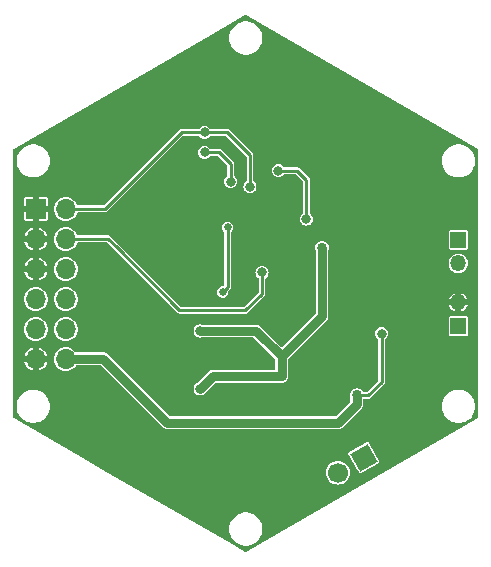
<source format=gbr>
%TF.GenerationSoftware,KiCad,Pcbnew,7.0.5*%
%TF.CreationDate,2023-06-07T18:34:11-04:00*%
%TF.ProjectId,PWR,5057522e-6b69-4636-9164-5f7063625858,rev?*%
%TF.SameCoordinates,Original*%
%TF.FileFunction,Copper,L2,Bot*%
%TF.FilePolarity,Positive*%
%FSLAX46Y46*%
G04 Gerber Fmt 4.6, Leading zero omitted, Abs format (unit mm)*
G04 Created by KiCad (PCBNEW 7.0.5) date 2023-06-07 18:34:11*
%MOMM*%
%LPD*%
G01*
G04 APERTURE LIST*
G04 Aperture macros list*
%AMHorizOval*
0 Thick line with rounded ends*
0 $1 width*
0 $2 $3 position (X,Y) of the first rounded end (center of the circle)*
0 $4 $5 position (X,Y) of the second rounded end (center of the circle)*
0 Add line between two ends*
20,1,$1,$2,$3,$4,$5,0*
0 Add two circle primitives to create the rounded ends*
1,1,$1,$2,$3*
1,1,$1,$4,$5*%
%AMRotRect*
0 Rectangle, with rotation*
0 The origin of the aperture is its center*
0 $1 length*
0 $2 width*
0 $3 Rotation angle, in degrees counterclockwise*
0 Add horizontal line*
21,1,$1,$2,0,0,$3*%
G04 Aperture macros list end*
%TA.AperFunction,ComponentPad*%
%ADD10R,1.350000X1.350000*%
%TD*%
%TA.AperFunction,ComponentPad*%
%ADD11O,1.350000X1.350000*%
%TD*%
%TA.AperFunction,ComponentPad*%
%ADD12RotRect,1.700000X1.700000X300.000000*%
%TD*%
%TA.AperFunction,ComponentPad*%
%ADD13HorizOval,1.700000X0.000000X0.000000X0.000000X0.000000X0*%
%TD*%
%TA.AperFunction,ComponentPad*%
%ADD14R,1.700000X1.700000*%
%TD*%
%TA.AperFunction,ComponentPad*%
%ADD15O,1.700000X1.700000*%
%TD*%
%TA.AperFunction,ViaPad*%
%ADD16C,0.660400*%
%TD*%
%TA.AperFunction,ViaPad*%
%ADD17C,0.863600*%
%TD*%
%TA.AperFunction,ViaPad*%
%ADD18C,0.800000*%
%TD*%
%TA.AperFunction,ViaPad*%
%ADD19C,0.762000*%
%TD*%
%TA.AperFunction,Conductor*%
%ADD20C,0.762000*%
%TD*%
%TA.AperFunction,Conductor*%
%ADD21C,0.254000*%
%TD*%
G04 APERTURE END LIST*
D10*
%TO.P,J4,1,Pin_1*%
%TO.N,/SC*%
X165000000Y-91700000D03*
D11*
%TO.P,J4,2,Pin_2*%
X165000000Y-93700000D03*
%TD*%
D10*
%TO.P,J3,1,Pin_1*%
%TO.N,/BATTERY*%
X165000000Y-99000000D03*
D11*
%TO.P,J3,2,Pin_2*%
%TO.N,GND*%
X165000000Y-97000000D03*
%TD*%
D12*
%TO.P,J1,1,Pin_1*%
%TO.N,unconnected-(J1-Pin_1-Pad1)*%
X156994182Y-110142500D03*
D13*
%TO.P,J1,2,Pin_2*%
%TO.N,/VBAT*%
X154794477Y-111412500D03*
%TD*%
D14*
%TO.P,J2,1,Pin_1*%
%TO.N,GND*%
X129225000Y-89100000D03*
D15*
%TO.P,J2,2,Pin_2*%
%TO.N,/~{EN}*%
X131765000Y-89100000D03*
%TO.P,J2,3,Pin_3*%
%TO.N,GND*%
X129225000Y-91640000D03*
%TO.P,J2,4,Pin_4*%
%TO.N,/VBAT_OK*%
X131765000Y-91640000D03*
%TO.P,J2,5,Pin_5*%
%TO.N,GND*%
X129225000Y-94180000D03*
%TO.P,J2,6,Pin_6*%
%TO.N,/VBAT*%
X131765000Y-94180000D03*
%TO.P,J2,7,Pin_7*%
%TO.N,+3V3*%
X129225000Y-96720000D03*
%TO.P,J2,8,Pin_8*%
X131765000Y-96720000D03*
%TO.P,J2,9,Pin_9*%
%TO.N,+1V8*%
X129225000Y-99260000D03*
%TO.P,J2,10,Pin_10*%
X131765000Y-99260000D03*
%TO.P,J2,11,Pin_11*%
%TO.N,GND*%
X129225000Y-101800000D03*
%TO.P,J2,12,Pin_12*%
%TO.N,+5V*%
X131765000Y-101800000D03*
%TD*%
D16*
%TO.N,GND*%
X133650000Y-90160000D03*
X155740000Y-92990000D03*
X148500000Y-105500000D03*
X139650000Y-80160000D03*
X159650000Y-107160000D03*
X161650000Y-107160000D03*
X151650000Y-76160000D03*
X135650000Y-90160000D03*
X136650000Y-109160000D03*
X161650000Y-87160000D03*
X141500000Y-111000000D03*
X142650000Y-113160000D03*
X141650000Y-78160000D03*
X137650000Y-80160000D03*
X134650000Y-109160000D03*
X165650000Y-101160000D03*
X150500000Y-105500000D03*
X153650000Y-78160000D03*
X151650000Y-78160000D03*
X148410000Y-89870000D03*
X145500000Y-109000000D03*
X151500000Y-111000000D03*
X150650000Y-115160000D03*
X133650000Y-82160000D03*
X143500000Y-111000000D03*
X136650000Y-111160000D03*
X146650000Y-113160000D03*
X149650000Y-76160000D03*
X147650000Y-80160000D03*
X149650000Y-80160000D03*
X145650000Y-80160000D03*
X135650000Y-86160000D03*
X163650000Y-83160000D03*
X135650000Y-84160000D03*
X151190000Y-87610000D03*
X159650000Y-83160000D03*
X143650000Y-80160000D03*
X163650000Y-89160000D03*
X159650000Y-81160000D03*
X157650000Y-80160000D03*
X157670000Y-95250000D03*
X147650000Y-78160000D03*
X161650000Y-89160000D03*
X163650000Y-87160000D03*
X155280000Y-85610000D03*
X138650000Y-109160000D03*
X148410000Y-90944280D03*
X163650000Y-103160000D03*
X159650000Y-105160000D03*
X147500000Y-111000000D03*
X132650000Y-107160000D03*
X149650000Y-82160000D03*
X131650000Y-86160000D03*
X135650000Y-82160000D03*
X161650000Y-105160000D03*
X146500000Y-105500000D03*
X152730000Y-85570000D03*
X143500000Y-109000000D03*
X149650000Y-78160000D03*
X165650000Y-89160000D03*
X153650000Y-80160000D03*
X149565720Y-90944280D03*
X144650000Y-113160000D03*
X159650000Y-109160000D03*
X142650000Y-115160000D03*
X150650000Y-113160000D03*
X161650000Y-85160000D03*
X143650000Y-76160000D03*
X143650000Y-78160000D03*
X157650000Y-107160000D03*
X148410000Y-97950000D03*
X149500000Y-111000000D03*
X152650000Y-113160000D03*
X138650000Y-111160000D03*
X147500000Y-109000000D03*
X132650000Y-105160000D03*
X155650000Y-80160000D03*
X136650000Y-107160000D03*
X145650000Y-78160000D03*
X163650000Y-101160000D03*
X139650000Y-78160000D03*
X134650000Y-107160000D03*
X149555000Y-89885000D03*
X148650000Y-113160000D03*
X135650000Y-80160000D03*
X165650000Y-87160000D03*
X161650000Y-83160000D03*
X133650000Y-84160000D03*
X140650000Y-113160000D03*
X145500000Y-111000000D03*
X133650000Y-86160000D03*
X141650000Y-80160000D03*
X161650000Y-103160000D03*
D17*
%TO.N,/VBAT*%
X153450011Y-92380003D03*
D18*
X150030000Y-103252500D03*
X143130000Y-99420000D03*
X143130000Y-104320000D03*
%TO.N,Net-(U2-VOC_SAMP)*%
X152125720Y-89944280D03*
X149760000Y-85850000D03*
%TO.N,+5V*%
X158500000Y-99640000D03*
D17*
X156390010Y-104869996D03*
D19*
X140350011Y-107179999D03*
D18*
%TO.N,/~{EN}*%
X147345720Y-87204280D03*
X143508220Y-82594280D03*
%TO.N,/VBAT_OK*%
X148375720Y-94464280D03*
%TO.N,/VOUT_EN*%
X145725720Y-86784280D03*
X143508220Y-84294280D03*
D16*
%TO.N,Net-(U2-VRDIV)*%
X145027500Y-96110000D03*
X145450000Y-90650000D03*
%TD*%
D20*
%TO.N,/VBAT*%
X150030000Y-103252500D02*
X150030000Y-101580000D01*
X153450011Y-92380003D02*
X153450011Y-98160002D01*
X144197500Y-103252500D02*
X143130000Y-104320000D01*
X147870000Y-99420000D02*
X143130000Y-99420000D01*
X150030000Y-101580000D02*
X153450000Y-98160000D01*
X150030000Y-101580000D02*
X147870000Y-99420000D01*
X150030000Y-103252500D02*
X144197500Y-103252500D01*
D21*
%TO.N,Net-(U2-VOC_SAMP)*%
X149760000Y-85850000D02*
X151370000Y-85850000D01*
X151370000Y-85850000D02*
X152125720Y-86605720D01*
X152125720Y-86605720D02*
X152125720Y-89944280D01*
D20*
%TO.N,+5V*%
X134925989Y-101755989D02*
X140350000Y-107180000D01*
X153560000Y-107180000D02*
X154840000Y-107180000D01*
X153560000Y-107180000D02*
X140350000Y-107180000D01*
D21*
X158500000Y-103750000D02*
X157380000Y-104870000D01*
D20*
X131765000Y-101755989D02*
X134925989Y-101755989D01*
X154840000Y-107180000D02*
X156390000Y-105630000D01*
D21*
X157380000Y-104870000D02*
X156390000Y-104870000D01*
X158500000Y-99640000D02*
X158500000Y-103750000D01*
D20*
X156390000Y-105630000D02*
X156390000Y-104870000D01*
D21*
%TO.N,/~{EN}*%
X143508220Y-82594280D02*
X141565720Y-82594280D01*
X147345720Y-84534280D02*
X145405720Y-82594280D01*
X141565720Y-82594280D02*
X135104011Y-89055989D01*
X131765000Y-89055989D02*
X135104011Y-89055989D01*
X147345720Y-87204280D02*
X147345720Y-84534280D01*
X145405720Y-82594280D02*
X143508220Y-82594280D01*
%TO.N,/VBAT_OK*%
X148375720Y-96264280D02*
X146970000Y-97670000D01*
X146970000Y-97670000D02*
X144190000Y-97670000D01*
X135305989Y-91595989D02*
X135970000Y-92260000D01*
X148375720Y-94464280D02*
X148375720Y-96264280D01*
X144190000Y-97670000D02*
X141380000Y-97670000D01*
X135970000Y-92260000D02*
X141380000Y-97670000D01*
X131765000Y-91595989D02*
X135305989Y-91595989D01*
%TO.N,/VOUT_EN*%
X145725720Y-85314280D02*
X144705720Y-84294280D01*
X144705720Y-84294280D02*
X143508220Y-84294280D01*
X145725720Y-86784280D02*
X145725720Y-85314280D01*
%TO.N,Net-(U2-VRDIV)*%
X145450000Y-90650000D02*
X145450000Y-95687500D01*
X145450000Y-95687500D02*
X145027500Y-96110000D01*
%TD*%
%TA.AperFunction,Conductor*%
%TO.N,GND*%
G36*
X147043946Y-72689881D02*
G01*
X166650750Y-84009873D01*
X166689399Y-84055933D01*
X166694700Y-84085997D01*
X166694700Y-106725978D01*
X166674135Y-106782479D01*
X166650750Y-106802102D01*
X147043949Y-118122094D01*
X146984735Y-118132535D01*
X146956049Y-118122094D01*
X145978254Y-117557564D01*
X143610601Y-116190599D01*
X145589884Y-116190599D01*
X145609115Y-116422695D01*
X145609116Y-116422701D01*
X145666286Y-116648459D01*
X145666289Y-116648467D01*
X145737987Y-116811920D01*
X145759840Y-116861740D01*
X145759844Y-116861746D01*
X145887215Y-117056704D01*
X145887216Y-117056706D01*
X145887220Y-117056710D01*
X146044954Y-117228055D01*
X146228740Y-117371101D01*
X146433563Y-117481946D01*
X146653837Y-117557566D01*
X146653839Y-117557566D01*
X146653841Y-117557567D01*
X146883550Y-117595899D01*
X146883554Y-117595899D01*
X147116450Y-117595899D01*
X147346158Y-117557567D01*
X147346158Y-117557566D01*
X147346163Y-117557566D01*
X147566437Y-117481946D01*
X147771260Y-117371101D01*
X147955046Y-117228055D01*
X148112780Y-117056710D01*
X148240160Y-116861740D01*
X148333712Y-116648463D01*
X148390884Y-116422696D01*
X148410116Y-116190599D01*
X148390884Y-115958502D01*
X148390883Y-115958496D01*
X148333713Y-115732738D01*
X148333710Y-115732730D01*
X148240164Y-115519468D01*
X148240160Y-115519458D01*
X148159435Y-115395899D01*
X148112784Y-115324493D01*
X148112783Y-115324491D01*
X147955050Y-115153147D01*
X147955048Y-115153146D01*
X147955046Y-115153143D01*
X147771260Y-115010097D01*
X147566437Y-114899252D01*
X147566433Y-114899250D01*
X147566430Y-114899249D01*
X147346167Y-114823633D01*
X147346158Y-114823630D01*
X147116450Y-114785299D01*
X147116446Y-114785299D01*
X146883554Y-114785299D01*
X146883550Y-114785299D01*
X146653841Y-114823630D01*
X146653832Y-114823633D01*
X146433569Y-114899249D01*
X146228740Y-115010097D01*
X146044949Y-115153147D01*
X145887216Y-115324491D01*
X145887215Y-115324493D01*
X145759844Y-115519451D01*
X145759835Y-115519468D01*
X145666289Y-115732730D01*
X145666286Y-115732738D01*
X145609116Y-115958496D01*
X145609115Y-115958502D01*
X145589884Y-116190599D01*
X143610601Y-116190599D01*
X137080169Y-112420252D01*
X135334691Y-111412500D01*
X153786724Y-111412500D01*
X153791223Y-111458183D01*
X153806089Y-111609109D01*
X153863434Y-111798148D01*
X153863435Y-111798150D01*
X153956561Y-111972378D01*
X154081888Y-112125089D01*
X154234599Y-112250416D01*
X154408827Y-112343542D01*
X154597874Y-112400889D01*
X154794477Y-112420253D01*
X154991080Y-112400889D01*
X155180127Y-112343542D01*
X155354355Y-112250416D01*
X155507066Y-112125089D01*
X155632393Y-111972378D01*
X155725519Y-111798150D01*
X155782866Y-111609103D01*
X155802230Y-111412500D01*
X155782866Y-111215897D01*
X155725519Y-111026850D01*
X155632393Y-110852622D01*
X155507066Y-110699911D01*
X155354355Y-110574584D01*
X155180127Y-110481458D01*
X155180126Y-110481457D01*
X155180125Y-110481457D01*
X154991086Y-110424112D01*
X154991081Y-110424111D01*
X154991080Y-110424111D01*
X154794477Y-110404747D01*
X154794476Y-110404747D01*
X154747134Y-110409409D01*
X154597874Y-110424111D01*
X154597872Y-110424111D01*
X154597867Y-110424112D01*
X154408828Y-110481457D01*
X154234598Y-110574584D01*
X154081890Y-110699909D01*
X154081886Y-110699913D01*
X153956561Y-110852621D01*
X153863434Y-111026851D01*
X153806089Y-111215890D01*
X153806088Y-111215895D01*
X153806088Y-111215897D01*
X153786724Y-111412500D01*
X135334691Y-111412500D01*
X132631353Y-109851727D01*
X155678499Y-109851727D01*
X155693117Y-109894789D01*
X156346714Y-111026850D01*
X156558173Y-111393108D01*
X156558174Y-111393110D01*
X156575177Y-111412500D01*
X156588157Y-111427301D01*
X156642712Y-111454204D01*
X156703409Y-111458183D01*
X156746471Y-111443565D01*
X158244792Y-110578508D01*
X158278983Y-110548525D01*
X158305886Y-110493970D01*
X158309865Y-110433273D01*
X158295247Y-110390211D01*
X157430190Y-108891890D01*
X157400207Y-108857699D01*
X157345652Y-108830796D01*
X157284955Y-108826817D01*
X157284954Y-108826817D01*
X157284953Y-108826817D01*
X157241894Y-108841434D01*
X155743573Y-109706491D01*
X155743571Y-109706492D01*
X155709382Y-109736473D01*
X155709380Y-109736476D01*
X155682478Y-109791029D01*
X155682478Y-109791030D01*
X155678499Y-109851727D01*
X132631353Y-109851727D01*
X127349250Y-106802103D01*
X127310601Y-106756043D01*
X127305300Y-106725979D01*
X127305300Y-105798293D01*
X127589884Y-105798293D01*
X127609115Y-106030390D01*
X127609116Y-106030396D01*
X127666286Y-106256154D01*
X127666289Y-106256162D01*
X127737987Y-106419615D01*
X127759840Y-106469435D01*
X127759844Y-106469441D01*
X127887215Y-106664399D01*
X127887216Y-106664401D01*
X128013979Y-106802103D01*
X128044954Y-106835750D01*
X128228740Y-106978796D01*
X128433563Y-107089641D01*
X128653837Y-107165261D01*
X128653839Y-107165261D01*
X128653841Y-107165262D01*
X128883550Y-107203594D01*
X128883554Y-107203594D01*
X129116450Y-107203594D01*
X129346158Y-107165262D01*
X129346158Y-107165261D01*
X129346163Y-107165261D01*
X129566437Y-107089641D01*
X129771260Y-106978796D01*
X129955046Y-106835750D01*
X130112780Y-106664405D01*
X130240160Y-106469435D01*
X130333712Y-106256158D01*
X130390884Y-106030391D01*
X130410116Y-105798294D01*
X130390884Y-105566197D01*
X130390883Y-105566191D01*
X130333713Y-105340433D01*
X130333710Y-105340425D01*
X130288694Y-105237800D01*
X130240160Y-105127153D01*
X130159435Y-105003594D01*
X130112784Y-104932188D01*
X130112783Y-104932186D01*
X129955050Y-104760842D01*
X129955048Y-104760841D01*
X129955046Y-104760838D01*
X129771260Y-104617792D01*
X129566437Y-104506947D01*
X129566433Y-104506945D01*
X129566430Y-104506944D01*
X129346167Y-104431328D01*
X129346158Y-104431325D01*
X129116450Y-104392994D01*
X129116446Y-104392994D01*
X128883554Y-104392994D01*
X128883550Y-104392994D01*
X128653841Y-104431325D01*
X128653832Y-104431328D01*
X128433569Y-104506944D01*
X128228740Y-104617792D01*
X128044949Y-104760842D01*
X127887216Y-104932186D01*
X127887215Y-104932188D01*
X127759844Y-105127146D01*
X127759835Y-105127163D01*
X127666289Y-105340425D01*
X127666286Y-105340433D01*
X127609116Y-105566191D01*
X127609115Y-105566197D01*
X127589884Y-105798293D01*
X127305300Y-105798293D01*
X127305300Y-101545999D01*
X128254544Y-101545999D01*
X128254545Y-101546000D01*
X128793884Y-101546000D01*
X128765507Y-101590156D01*
X128725000Y-101728111D01*
X128725000Y-101871889D01*
X128765507Y-102009844D01*
X128793884Y-102054000D01*
X128254545Y-102054000D01*
X128294419Y-102185452D01*
X128387504Y-102359601D01*
X128512759Y-102512224D01*
X128512775Y-102512240D01*
X128665398Y-102637495D01*
X128665397Y-102637495D01*
X128839547Y-102730580D01*
X128970999Y-102770455D01*
X128971000Y-102770454D01*
X128971000Y-102233674D01*
X129082685Y-102284680D01*
X129189237Y-102300000D01*
X129260763Y-102300000D01*
X129367315Y-102284680D01*
X129479000Y-102233674D01*
X129479000Y-102770455D01*
X129610452Y-102730580D01*
X129784601Y-102637495D01*
X129937224Y-102512240D01*
X129937240Y-102512224D01*
X130062495Y-102359601D01*
X130155580Y-102185452D01*
X130195455Y-102054000D01*
X129656116Y-102054000D01*
X129684493Y-102009844D01*
X129725000Y-101871889D01*
X129725000Y-101799999D01*
X130757247Y-101799999D01*
X130776612Y-101996609D01*
X130833898Y-102185452D01*
X130833958Y-102185650D01*
X130927084Y-102359878D01*
X131052411Y-102512589D01*
X131205122Y-102637916D01*
X131379350Y-102731042D01*
X131568397Y-102788389D01*
X131765000Y-102807753D01*
X131961603Y-102788389D01*
X132150650Y-102731042D01*
X132324878Y-102637916D01*
X132477589Y-102512589D01*
X132602916Y-102359878D01*
X132615490Y-102336352D01*
X132660261Y-102296218D01*
X132693011Y-102289889D01*
X134668430Y-102289889D01*
X134724931Y-102310454D01*
X134730585Y-102315634D01*
X139945744Y-107530794D01*
X139949538Y-107535120D01*
X139969229Y-107560781D01*
X139969232Y-107560783D01*
X139984148Y-107572229D01*
X139994877Y-107581967D01*
X140009893Y-107598045D01*
X140009899Y-107598050D01*
X140045932Y-107619962D01*
X140049855Y-107622648D01*
X140080752Y-107646357D01*
X140081030Y-107646517D01*
X140085619Y-107649565D01*
X140085870Y-107649755D01*
X140104631Y-107657153D01*
X140118054Y-107663820D01*
X140123942Y-107667400D01*
X140135294Y-107674304D01*
X140172711Y-107684787D01*
X140177673Y-107686504D01*
X140181051Y-107687903D01*
X140210635Y-107700157D01*
X140210638Y-107700157D01*
X140217703Y-107702050D01*
X140222357Y-107703586D01*
X140222399Y-107703595D01*
X140222403Y-107703597D01*
X140242466Y-107705659D01*
X140257188Y-107708456D01*
X140276617Y-107713900D01*
X140312141Y-107713900D01*
X140317878Y-107714275D01*
X140350011Y-107718506D01*
X140350011Y-107718505D01*
X140350013Y-107718506D01*
X140355778Y-107718506D01*
X140355778Y-107718728D01*
X140367903Y-107718555D01*
X140368399Y-107718606D01*
X140388281Y-107715177D01*
X140403216Y-107713900D01*
X153486617Y-107713900D01*
X154830120Y-107713900D01*
X154831620Y-107713926D01*
X154857852Y-107714821D01*
X154895112Y-107716094D01*
X154937635Y-107705731D01*
X154942036Y-107704894D01*
X154985399Y-107698935D01*
X155003901Y-107690897D01*
X155018104Y-107686122D01*
X155037706Y-107681346D01*
X155075863Y-107659890D01*
X155079862Y-107657903D01*
X155120014Y-107640464D01*
X155135662Y-107627732D01*
X155148055Y-107619298D01*
X155165635Y-107609414D01*
X155196577Y-107578470D01*
X155199907Y-107575464D01*
X155233862Y-107547842D01*
X155245497Y-107531356D01*
X155255144Y-107519903D01*
X156760580Y-106014467D01*
X156761607Y-106013475D01*
X156808046Y-105970106D01*
X156830782Y-105932716D01*
X156833308Y-105929004D01*
X156859755Y-105894130D01*
X156867153Y-105875366D01*
X156873820Y-105861943D01*
X156884304Y-105844706D01*
X156896112Y-105802555D01*
X156897542Y-105798305D01*
X156897547Y-105798294D01*
X163589884Y-105798294D01*
X163609115Y-106030390D01*
X163609116Y-106030396D01*
X163666286Y-106256154D01*
X163666289Y-106256162D01*
X163737987Y-106419615D01*
X163759840Y-106469435D01*
X163759844Y-106469441D01*
X163887215Y-106664399D01*
X163887216Y-106664401D01*
X164013979Y-106802103D01*
X164044954Y-106835750D01*
X164228740Y-106978796D01*
X164433563Y-107089641D01*
X164653837Y-107165261D01*
X164653839Y-107165261D01*
X164653841Y-107165262D01*
X164883550Y-107203594D01*
X164883554Y-107203594D01*
X165116450Y-107203594D01*
X165346158Y-107165262D01*
X165346158Y-107165261D01*
X165346163Y-107165261D01*
X165566437Y-107089641D01*
X165771260Y-106978796D01*
X165955046Y-106835750D01*
X166112780Y-106664405D01*
X166240160Y-106469435D01*
X166333712Y-106256158D01*
X166390884Y-106030391D01*
X166410116Y-105798294D01*
X166390884Y-105566197D01*
X166390883Y-105566191D01*
X166333713Y-105340433D01*
X166333710Y-105340425D01*
X166288694Y-105237800D01*
X166240160Y-105127153D01*
X166159435Y-105003594D01*
X166112784Y-104932188D01*
X166112783Y-104932186D01*
X165955050Y-104760842D01*
X165955048Y-104760841D01*
X165955046Y-104760838D01*
X165771260Y-104617792D01*
X165566437Y-104506947D01*
X165566433Y-104506945D01*
X165566430Y-104506944D01*
X165346167Y-104431328D01*
X165346158Y-104431325D01*
X165116450Y-104392994D01*
X165116446Y-104392994D01*
X164883554Y-104392994D01*
X164883550Y-104392994D01*
X164653841Y-104431325D01*
X164653832Y-104431328D01*
X164433569Y-104506944D01*
X164228740Y-104617792D01*
X164044949Y-104760842D01*
X163887216Y-104932186D01*
X163887215Y-104932188D01*
X163759844Y-105127146D01*
X163759835Y-105127163D01*
X163666289Y-105340425D01*
X163666286Y-105340433D01*
X163609116Y-105566191D01*
X163609115Y-105566197D01*
X163589884Y-105798294D01*
X156897547Y-105798294D01*
X156913597Y-105757597D01*
X156915660Y-105737525D01*
X156918456Y-105722812D01*
X156923900Y-105703383D01*
X156923900Y-105659628D01*
X156924131Y-105655131D01*
X156928606Y-105611600D01*
X156928606Y-105611599D01*
X156925178Y-105591717D01*
X156923900Y-105576782D01*
X156923900Y-105237800D01*
X156944465Y-105181299D01*
X156996536Y-105151235D01*
X157011800Y-105149900D01*
X157320001Y-105149900D01*
X157332442Y-105151931D01*
X157332588Y-105150892D01*
X157340654Y-105152016D01*
X157340660Y-105152018D01*
X157385454Y-105149946D01*
X157387482Y-105149900D01*
X157405935Y-105149900D01*
X157409332Y-105149264D01*
X157415383Y-105148563D01*
X157433772Y-105147712D01*
X157445193Y-105147185D01*
X157451049Y-105144598D01*
X157454019Y-105143288D01*
X157473374Y-105137293D01*
X157482863Y-105135520D01*
X157508241Y-105119804D01*
X157513607Y-105116975D01*
X157540922Y-105104916D01*
X157547748Y-105098089D01*
X157563628Y-105085510D01*
X157571833Y-105080431D01*
X157589813Y-105056619D01*
X157593804Y-105052032D01*
X158655495Y-103990342D01*
X158665730Y-103982987D01*
X158665095Y-103982146D01*
X158671599Y-103977234D01*
X158671598Y-103977233D01*
X158701821Y-103944081D01*
X158703168Y-103942670D01*
X158716258Y-103929581D01*
X158718213Y-103926726D01*
X158721983Y-103921964D01*
X158742098Y-103899901D01*
X158745584Y-103890900D01*
X158755034Y-103872973D01*
X158760486Y-103865016D01*
X158767319Y-103835961D01*
X158769116Y-103830156D01*
X158779900Y-103802322D01*
X158779900Y-103792663D01*
X158782235Y-103772537D01*
X158784443Y-103763151D01*
X158780321Y-103733605D01*
X158779900Y-103727528D01*
X158779900Y-100165487D01*
X158800465Y-100108986D01*
X158814291Y-100095751D01*
X158894325Y-100034339D01*
X158894333Y-100034333D01*
X158982957Y-99918836D01*
X159038669Y-99784336D01*
X159051081Y-99690058D01*
X164172100Y-99690058D01*
X164180972Y-99734658D01*
X164214766Y-99785234D01*
X164231701Y-99796550D01*
X164265341Y-99819028D01*
X164269615Y-99819878D01*
X164309943Y-99827900D01*
X165690056Y-99827899D01*
X165690058Y-99827899D01*
X165702750Y-99825374D01*
X165734658Y-99819028D01*
X165785234Y-99785234D01*
X165819028Y-99734658D01*
X165827900Y-99690057D01*
X165827899Y-98309944D01*
X165827899Y-98309943D01*
X165827899Y-98309941D01*
X165823455Y-98287599D01*
X165819028Y-98265342D01*
X165785234Y-98214766D01*
X165785002Y-98214611D01*
X165734658Y-98180971D01*
X165697456Y-98173571D01*
X165690057Y-98172100D01*
X165690056Y-98172100D01*
X164309941Y-98172100D01*
X164265341Y-98180972D01*
X164214767Y-98214765D01*
X164214764Y-98214768D01*
X164180971Y-98265341D01*
X164172100Y-98309943D01*
X164172100Y-99690058D01*
X159051081Y-99690058D01*
X159057671Y-99640000D01*
X159038669Y-99495664D01*
X158982957Y-99361165D01*
X158982957Y-99361164D01*
X158894336Y-99245670D01*
X158894333Y-99245667D01*
X158778835Y-99157042D01*
X158644336Y-99101331D01*
X158500000Y-99082329D01*
X158355663Y-99101331D01*
X158221165Y-99157042D01*
X158105668Y-99245665D01*
X158105665Y-99245668D01*
X158017042Y-99361165D01*
X157961331Y-99495663D01*
X157942328Y-99639999D01*
X157942328Y-99640000D01*
X157961331Y-99784336D01*
X158017042Y-99918835D01*
X158105667Y-100034333D01*
X158105674Y-100034339D01*
X158185709Y-100095751D01*
X158218016Y-100146461D01*
X158220100Y-100165487D01*
X158220100Y-103597652D01*
X158199535Y-103654153D01*
X158194355Y-103659807D01*
X157289807Y-104564355D01*
X157235313Y-104589766D01*
X157227652Y-104590100D01*
X156955583Y-104590100D01*
X156899082Y-104569535D01*
X156885847Y-104555709D01*
X156807027Y-104452987D01*
X156807021Y-104452981D01*
X156684882Y-104359261D01*
X156542647Y-104300346D01*
X156390010Y-104280251D01*
X156237372Y-104300346D01*
X156095137Y-104359262D01*
X156095135Y-104359263D01*
X155973001Y-104452978D01*
X155972992Y-104452987D01*
X155879277Y-104575121D01*
X155879276Y-104575123D01*
X155869455Y-104598835D01*
X155820360Y-104717359D01*
X155800265Y-104869996D01*
X155820360Y-105022633D01*
X155848628Y-105090879D01*
X155849409Y-105092763D01*
X155856100Y-105126401D01*
X155856100Y-105372440D01*
X155835535Y-105428941D01*
X155830355Y-105434595D01*
X154644596Y-106620355D01*
X154590102Y-106645766D01*
X154582441Y-106646100D01*
X140607559Y-106646100D01*
X140551058Y-106625535D01*
X140545404Y-106620355D01*
X138245049Y-104320000D01*
X142572329Y-104320000D01*
X142591331Y-104464336D01*
X142647042Y-104598835D01*
X142735665Y-104714331D01*
X142735668Y-104714334D01*
X142796273Y-104760838D01*
X142851164Y-104802957D01*
X142985664Y-104858669D01*
X143130000Y-104877671D01*
X143274336Y-104858669D01*
X143408836Y-104802957D01*
X143524333Y-104714333D01*
X143612957Y-104598836D01*
X143612958Y-104598831D01*
X143615838Y-104593846D01*
X143617023Y-104594530D01*
X143630086Y-104574961D01*
X144392903Y-103812145D01*
X144447398Y-103786734D01*
X144455059Y-103786400D01*
X149856665Y-103786400D01*
X149879741Y-103790991D01*
X149880094Y-103789677D01*
X149885660Y-103791167D01*
X149885664Y-103791169D01*
X150030000Y-103810171D01*
X150174336Y-103791169D01*
X150308836Y-103735457D01*
X150424333Y-103646833D01*
X150512957Y-103531336D01*
X150568669Y-103396836D01*
X150587671Y-103252500D01*
X150568669Y-103108164D01*
X150567178Y-103102600D01*
X150568486Y-103102249D01*
X150563900Y-103079166D01*
X150563900Y-101837558D01*
X150584465Y-101781057D01*
X150589634Y-101775414D01*
X153820395Y-98544652D01*
X153821422Y-98543660D01*
X153868057Y-98500108D01*
X153890853Y-98462621D01*
X153893367Y-98458927D01*
X153919755Y-98424130D01*
X153927133Y-98405419D01*
X153933799Y-98391999D01*
X153944315Y-98374708D01*
X153956150Y-98332467D01*
X153957586Y-98328198D01*
X153958882Y-98324911D01*
X153973597Y-98287598D01*
X153975653Y-98267587D01*
X153978450Y-98252871D01*
X153983911Y-98233385D01*
X153983911Y-98189522D01*
X153984142Y-98185024D01*
X153985470Y-98172101D01*
X153988606Y-98141601D01*
X153985189Y-98121781D01*
X153983911Y-98106848D01*
X153983911Y-97254000D01*
X164212549Y-97254000D01*
X164239970Y-97338389D01*
X164326934Y-97489015D01*
X164326935Y-97489016D01*
X164443310Y-97618264D01*
X164584022Y-97720497D01*
X164742912Y-97791239D01*
X164745999Y-97791894D01*
X164746000Y-97791894D01*
X164746000Y-97311686D01*
X164761955Y-97327641D01*
X164874852Y-97385165D01*
X164968519Y-97400000D01*
X165031481Y-97400000D01*
X165125148Y-97385165D01*
X165238045Y-97327641D01*
X165254000Y-97311686D01*
X165254000Y-97791894D01*
X165257087Y-97791239D01*
X165415977Y-97720497D01*
X165556689Y-97618264D01*
X165673064Y-97489016D01*
X165673065Y-97489015D01*
X165760029Y-97338389D01*
X165787451Y-97254000D01*
X165311686Y-97254000D01*
X165327641Y-97238045D01*
X165385165Y-97125148D01*
X165404986Y-97000000D01*
X165385165Y-96874852D01*
X165327641Y-96761955D01*
X165311686Y-96746000D01*
X165787450Y-96746000D01*
X165787450Y-96745999D01*
X165760029Y-96661610D01*
X165673065Y-96510984D01*
X165673064Y-96510983D01*
X165556689Y-96381735D01*
X165415977Y-96279502D01*
X165257088Y-96208761D01*
X165254000Y-96208104D01*
X165254000Y-96688313D01*
X165238045Y-96672359D01*
X165125148Y-96614835D01*
X165031481Y-96600000D01*
X164968519Y-96600000D01*
X164874852Y-96614835D01*
X164761955Y-96672359D01*
X164746000Y-96688314D01*
X164746000Y-96208104D01*
X164742911Y-96208761D01*
X164584022Y-96279502D01*
X164443310Y-96381735D01*
X164326935Y-96510983D01*
X164326934Y-96510984D01*
X164239970Y-96661610D01*
X164212549Y-96745999D01*
X164212550Y-96746000D01*
X164688314Y-96746000D01*
X164672359Y-96761955D01*
X164614835Y-96874852D01*
X164595014Y-97000000D01*
X164614835Y-97125148D01*
X164672359Y-97238045D01*
X164688314Y-97254000D01*
X164212549Y-97254000D01*
X153983911Y-97254000D01*
X153983911Y-93700004D01*
X164167540Y-93700004D01*
X164185729Y-93873072D01*
X164185731Y-93873078D01*
X164239510Y-94038592D01*
X164326526Y-94189308D01*
X164442976Y-94318638D01*
X164583770Y-94420932D01*
X164742756Y-94491717D01*
X164912984Y-94527900D01*
X165087016Y-94527900D01*
X165257244Y-94491717D01*
X165416230Y-94420932D01*
X165557024Y-94318638D01*
X165673474Y-94189308D01*
X165760490Y-94038592D01*
X165814269Y-93873078D01*
X165814270Y-93873072D01*
X165832460Y-93700004D01*
X165832460Y-93699995D01*
X165814270Y-93526927D01*
X165814269Y-93526924D01*
X165814269Y-93526922D01*
X165760490Y-93361408D01*
X165673474Y-93210692D01*
X165557024Y-93081362D01*
X165416230Y-92979068D01*
X165257244Y-92908283D01*
X165257242Y-92908282D01*
X165257241Y-92908282D01*
X165087016Y-92872100D01*
X164912984Y-92872100D01*
X164742758Y-92908282D01*
X164742754Y-92908284D01*
X164583769Y-92979068D01*
X164442977Y-93081361D01*
X164442975Y-93081362D01*
X164326527Y-93210690D01*
X164239511Y-93361406D01*
X164185729Y-93526927D01*
X164167540Y-93699995D01*
X164167540Y-93700004D01*
X153983911Y-93700004D01*
X153983911Y-92636432D01*
X153990602Y-92602794D01*
X154003754Y-92571042D01*
X154019661Y-92532640D01*
X154038432Y-92390058D01*
X164172100Y-92390058D01*
X164180972Y-92434658D01*
X164214766Y-92485234D01*
X164231701Y-92496550D01*
X164265341Y-92519028D01*
X164272741Y-92520499D01*
X164309943Y-92527900D01*
X165690056Y-92527899D01*
X165690058Y-92527899D01*
X165702750Y-92525374D01*
X165734658Y-92519028D01*
X165785234Y-92485234D01*
X165819028Y-92434658D01*
X165827900Y-92390057D01*
X165827899Y-91009944D01*
X165827899Y-91009943D01*
X165827899Y-91009941D01*
X165824111Y-90990902D01*
X165819028Y-90965342D01*
X165785234Y-90914766D01*
X165783892Y-90913869D01*
X165734658Y-90880971D01*
X165697456Y-90873571D01*
X165690057Y-90872100D01*
X165690056Y-90872100D01*
X164309941Y-90872100D01*
X164265341Y-90880972D01*
X164214767Y-90914765D01*
X164214764Y-90914768D01*
X164180971Y-90965341D01*
X164172100Y-91009943D01*
X164172100Y-92390058D01*
X154038432Y-92390058D01*
X154039756Y-92380003D01*
X154019661Y-92227366D01*
X153960745Y-92085131D01*
X153960743Y-92085128D01*
X153867028Y-91962994D01*
X153867022Y-91962988D01*
X153744883Y-91869268D01*
X153602648Y-91810353D01*
X153450011Y-91790258D01*
X153297373Y-91810353D01*
X153155138Y-91869269D01*
X153155136Y-91869270D01*
X153033002Y-91962985D01*
X153032993Y-91962994D01*
X152939278Y-92085128D01*
X152939277Y-92085130D01*
X152880361Y-92227365D01*
X152860266Y-92380002D01*
X152860266Y-92380003D01*
X152880361Y-92532640D01*
X152909420Y-92602794D01*
X152916111Y-92636432D01*
X152916111Y-97902430D01*
X152895546Y-97958931D01*
X152890366Y-97964585D01*
X150092155Y-100762796D01*
X150037661Y-100788207D01*
X149979583Y-100772644D01*
X149967845Y-100762796D01*
X148254482Y-99049432D01*
X148253487Y-99048404D01*
X148210106Y-99001954D01*
X148172722Y-98979219D01*
X148169000Y-98976687D01*
X148162589Y-98971825D01*
X148134130Y-98950245D01*
X148134128Y-98950244D01*
X148126345Y-98947175D01*
X148115364Y-98942844D01*
X148101945Y-98936179D01*
X148084706Y-98925696D01*
X148084703Y-98925695D01*
X148062312Y-98919421D01*
X148042561Y-98913888D01*
X148038300Y-98912454D01*
X147997597Y-98896403D01*
X147977524Y-98894338D01*
X147962807Y-98891541D01*
X147951061Y-98888251D01*
X147943384Y-98886100D01*
X147943383Y-98886100D01*
X147899630Y-98886100D01*
X147895133Y-98885869D01*
X147851606Y-98881394D01*
X147851598Y-98881394D01*
X147831719Y-98884822D01*
X147816785Y-98886100D01*
X143303335Y-98886100D01*
X143280258Y-98881508D01*
X143279906Y-98882823D01*
X143274337Y-98881331D01*
X143130000Y-98862329D01*
X142985663Y-98881331D01*
X142851165Y-98937042D01*
X142735668Y-99025665D01*
X142735665Y-99025668D01*
X142647042Y-99141165D01*
X142591331Y-99275663D01*
X142572329Y-99419999D01*
X142572329Y-99420000D01*
X142591331Y-99564336D01*
X142647042Y-99698835D01*
X142735665Y-99814331D01*
X142735668Y-99814334D01*
X142753348Y-99827900D01*
X142851164Y-99902957D01*
X142985664Y-99958669D01*
X143130000Y-99977671D01*
X143274336Y-99958669D01*
X143274340Y-99958666D01*
X143279906Y-99957177D01*
X143280258Y-99958491D01*
X143303335Y-99953900D01*
X147612441Y-99953900D01*
X147668942Y-99974465D01*
X147674596Y-99979645D01*
X149470355Y-101775403D01*
X149495766Y-101829897D01*
X149496100Y-101837558D01*
X149496100Y-102630700D01*
X149475535Y-102687201D01*
X149423464Y-102717265D01*
X149408200Y-102718600D01*
X144207381Y-102718600D01*
X144205881Y-102718574D01*
X144142389Y-102716406D01*
X144142388Y-102716406D01*
X144138863Y-102717265D01*
X144099872Y-102726765D01*
X144095451Y-102727605D01*
X144052100Y-102733565D01*
X144052094Y-102733566D01*
X144033595Y-102741601D01*
X144019396Y-102746376D01*
X143999795Y-102751153D01*
X143999790Y-102751155D01*
X143961641Y-102772604D01*
X143957610Y-102774606D01*
X143917488Y-102792034D01*
X143917482Y-102792038D01*
X143901837Y-102804766D01*
X143889453Y-102813195D01*
X143871866Y-102823084D01*
X143871862Y-102823088D01*
X143840922Y-102854026D01*
X143837581Y-102857041D01*
X143803640Y-102884655D01*
X143803638Y-102884658D01*
X143792005Y-102901137D01*
X143782351Y-102912598D01*
X142875036Y-103819913D01*
X142855481Y-103832995D01*
X142856155Y-103834162D01*
X142851161Y-103837045D01*
X142735671Y-103925662D01*
X142735665Y-103925668D01*
X142647042Y-104041165D01*
X142591331Y-104175663D01*
X142572329Y-104319999D01*
X142572329Y-104320000D01*
X138245049Y-104320000D01*
X135310471Y-101385421D01*
X135309476Y-101384393D01*
X135266095Y-101337943D01*
X135228711Y-101315208D01*
X135224989Y-101312676D01*
X135218578Y-101307814D01*
X135190119Y-101286234D01*
X135190117Y-101286233D01*
X135182334Y-101283164D01*
X135171353Y-101278833D01*
X135157934Y-101272168D01*
X135140695Y-101261685D01*
X135140692Y-101261684D01*
X135118301Y-101255410D01*
X135098550Y-101249877D01*
X135094289Y-101248443D01*
X135053586Y-101232392D01*
X135033513Y-101230327D01*
X135018796Y-101227530D01*
X135007050Y-101224240D01*
X134999373Y-101222089D01*
X134999372Y-101222089D01*
X134955619Y-101222089D01*
X134951122Y-101221858D01*
X134907595Y-101217383D01*
X134907587Y-101217383D01*
X134887708Y-101220811D01*
X134872774Y-101222089D01*
X132629690Y-101222089D01*
X132573189Y-101201524D01*
X132561746Y-101189956D01*
X132477589Y-101087411D01*
X132324878Y-100962084D01*
X132150650Y-100868958D01*
X132150649Y-100868957D01*
X132150648Y-100868957D01*
X131961609Y-100811612D01*
X131961604Y-100811611D01*
X131961603Y-100811611D01*
X131765000Y-100792247D01*
X131764999Y-100792247D01*
X131717657Y-100796909D01*
X131568397Y-100811611D01*
X131568395Y-100811611D01*
X131568390Y-100811612D01*
X131379351Y-100868957D01*
X131205121Y-100962084D01*
X131052413Y-101087409D01*
X131052409Y-101087413D01*
X130927084Y-101240121D01*
X130833957Y-101414351D01*
X130776612Y-101603390D01*
X130757247Y-101799999D01*
X129725000Y-101799999D01*
X129725000Y-101728111D01*
X129684493Y-101590156D01*
X129656116Y-101546000D01*
X130195455Y-101546000D01*
X130195455Y-101545999D01*
X130155580Y-101414547D01*
X130062495Y-101240398D01*
X129937240Y-101087775D01*
X129937224Y-101087759D01*
X129784601Y-100962504D01*
X129784602Y-100962504D01*
X129610458Y-100869422D01*
X129479000Y-100829544D01*
X129478999Y-101366325D01*
X129367315Y-101315320D01*
X129260763Y-101300000D01*
X129189237Y-101300000D01*
X129082685Y-101315320D01*
X128971000Y-101366325D01*
X128971000Y-100829544D01*
X128839541Y-100869422D01*
X128665398Y-100962504D01*
X128512775Y-101087759D01*
X128512759Y-101087775D01*
X128387504Y-101240398D01*
X128294419Y-101414547D01*
X128254544Y-101545999D01*
X127305300Y-101545999D01*
X127305300Y-99260000D01*
X128217247Y-99260000D01*
X128236612Y-99456609D01*
X128292244Y-99640000D01*
X128293958Y-99645650D01*
X128387084Y-99819878D01*
X128512411Y-99972589D01*
X128665122Y-100097916D01*
X128839350Y-100191042D01*
X129028397Y-100248389D01*
X129225000Y-100267753D01*
X129421603Y-100248389D01*
X129610650Y-100191042D01*
X129784878Y-100097916D01*
X129937589Y-99972589D01*
X130062916Y-99819878D01*
X130156042Y-99645650D01*
X130213389Y-99456603D01*
X130232753Y-99260000D01*
X130757247Y-99260000D01*
X130776612Y-99456609D01*
X130832244Y-99640000D01*
X130833958Y-99645650D01*
X130927084Y-99819878D01*
X131052411Y-99972589D01*
X131205122Y-100097916D01*
X131379350Y-100191042D01*
X131568397Y-100248389D01*
X131765000Y-100267753D01*
X131961603Y-100248389D01*
X132150650Y-100191042D01*
X132324878Y-100097916D01*
X132477589Y-99972589D01*
X132602916Y-99819878D01*
X132696042Y-99645650D01*
X132753389Y-99456603D01*
X132772753Y-99260000D01*
X132753389Y-99063397D01*
X132748825Y-99048353D01*
X132727086Y-98976687D01*
X132696042Y-98874350D01*
X132602916Y-98700122D01*
X132477589Y-98547411D01*
X132324878Y-98422084D01*
X132150650Y-98328958D01*
X132150649Y-98328957D01*
X132150648Y-98328957D01*
X131961609Y-98271612D01*
X131961604Y-98271611D01*
X131961603Y-98271611D01*
X131765000Y-98252247D01*
X131568397Y-98271611D01*
X131568395Y-98271611D01*
X131568390Y-98271612D01*
X131379351Y-98328957D01*
X131205121Y-98422084D01*
X131052413Y-98547409D01*
X131052409Y-98547413D01*
X130927084Y-98700121D01*
X130833957Y-98874351D01*
X130776612Y-99063390D01*
X130776611Y-99063395D01*
X130776611Y-99063397D01*
X130767388Y-99157042D01*
X130757247Y-99260000D01*
X130232753Y-99260000D01*
X130213389Y-99063397D01*
X130208825Y-99048353D01*
X130187086Y-98976687D01*
X130156042Y-98874350D01*
X130062916Y-98700122D01*
X129937589Y-98547411D01*
X129784878Y-98422084D01*
X129610650Y-98328958D01*
X129610649Y-98328957D01*
X129610648Y-98328957D01*
X129421609Y-98271612D01*
X129421604Y-98271611D01*
X129421603Y-98271611D01*
X129225000Y-98252247D01*
X129028397Y-98271611D01*
X129028395Y-98271611D01*
X129028390Y-98271612D01*
X128839351Y-98328957D01*
X128665121Y-98422084D01*
X128512413Y-98547409D01*
X128512409Y-98547413D01*
X128387084Y-98700121D01*
X128293957Y-98874351D01*
X128236612Y-99063390D01*
X128236611Y-99063395D01*
X128236611Y-99063397D01*
X128227388Y-99157042D01*
X128217247Y-99260000D01*
X127305300Y-99260000D01*
X127305300Y-96719999D01*
X128217247Y-96719999D01*
X128236612Y-96916609D01*
X128261909Y-97000000D01*
X128293958Y-97105650D01*
X128387084Y-97279878D01*
X128512411Y-97432589D01*
X128665122Y-97557916D01*
X128839350Y-97651042D01*
X129028397Y-97708389D01*
X129225000Y-97727753D01*
X129421603Y-97708389D01*
X129610650Y-97651042D01*
X129784878Y-97557916D01*
X129937589Y-97432589D01*
X130062916Y-97279878D01*
X130156042Y-97105650D01*
X130213389Y-96916603D01*
X130232753Y-96720000D01*
X130757247Y-96720000D01*
X130776612Y-96916609D01*
X130801909Y-97000000D01*
X130833958Y-97105650D01*
X130927084Y-97279878D01*
X131052411Y-97432589D01*
X131205122Y-97557916D01*
X131379350Y-97651042D01*
X131568397Y-97708389D01*
X131765000Y-97727753D01*
X131961603Y-97708389D01*
X132150650Y-97651042D01*
X132324878Y-97557916D01*
X132477589Y-97432589D01*
X132602916Y-97279878D01*
X132696042Y-97105650D01*
X132753389Y-96916603D01*
X132772753Y-96720000D01*
X132753389Y-96523397D01*
X132739878Y-96478859D01*
X132726947Y-96436231D01*
X132696042Y-96334350D01*
X132602916Y-96160122D01*
X132477589Y-96007411D01*
X132324878Y-95882084D01*
X132150650Y-95788958D01*
X132150649Y-95788957D01*
X132150648Y-95788957D01*
X131961609Y-95731612D01*
X131961604Y-95731611D01*
X131961603Y-95731611D01*
X131765000Y-95712247D01*
X131764999Y-95712247D01*
X131717657Y-95716909D01*
X131568397Y-95731611D01*
X131568395Y-95731611D01*
X131568390Y-95731612D01*
X131379351Y-95788957D01*
X131205121Y-95882084D01*
X131052413Y-96007409D01*
X131052409Y-96007413D01*
X130927084Y-96160121D01*
X130833957Y-96334351D01*
X130776612Y-96523390D01*
X130757247Y-96720000D01*
X130232753Y-96720000D01*
X130213389Y-96523397D01*
X130199878Y-96478859D01*
X130186947Y-96436231D01*
X130156042Y-96334350D01*
X130062916Y-96160122D01*
X129937589Y-96007411D01*
X129784878Y-95882084D01*
X129610650Y-95788958D01*
X129610649Y-95788957D01*
X129610648Y-95788957D01*
X129421609Y-95731612D01*
X129421604Y-95731611D01*
X129421603Y-95731611D01*
X129225000Y-95712247D01*
X129224999Y-95712247D01*
X129177657Y-95716909D01*
X129028397Y-95731611D01*
X129028395Y-95731611D01*
X129028390Y-95731612D01*
X128839351Y-95788957D01*
X128665121Y-95882084D01*
X128512413Y-96007409D01*
X128512409Y-96007413D01*
X128387084Y-96160121D01*
X128293957Y-96334351D01*
X128236612Y-96523390D01*
X128217247Y-96719999D01*
X127305300Y-96719999D01*
X127305300Y-95535152D01*
X127305300Y-93925999D01*
X128254544Y-93925999D01*
X128254545Y-93926000D01*
X128793884Y-93926000D01*
X128765507Y-93970156D01*
X128725000Y-94108111D01*
X128725000Y-94251889D01*
X128765507Y-94389844D01*
X128793884Y-94434000D01*
X128254545Y-94434000D01*
X128294419Y-94565452D01*
X128387504Y-94739601D01*
X128512759Y-94892224D01*
X128512775Y-94892240D01*
X128665398Y-95017495D01*
X128665397Y-95017495D01*
X128839547Y-95110580D01*
X128970999Y-95150455D01*
X128971000Y-95150454D01*
X128971000Y-94613674D01*
X129082685Y-94664680D01*
X129189237Y-94680000D01*
X129260763Y-94680000D01*
X129367315Y-94664680D01*
X129479000Y-94613674D01*
X129479000Y-95150455D01*
X129610452Y-95110580D01*
X129784601Y-95017495D01*
X129937224Y-94892240D01*
X129937240Y-94892224D01*
X130062495Y-94739601D01*
X130155580Y-94565452D01*
X130195455Y-94434000D01*
X129656116Y-94434000D01*
X129684493Y-94389844D01*
X129725000Y-94251889D01*
X129725000Y-94180000D01*
X130757247Y-94180000D01*
X130771030Y-94319944D01*
X130776612Y-94376609D01*
X130833898Y-94565452D01*
X130833958Y-94565650D01*
X130927084Y-94739878D01*
X131052411Y-94892589D01*
X131205122Y-95017916D01*
X131379350Y-95111042D01*
X131568397Y-95168389D01*
X131765000Y-95187753D01*
X131961603Y-95168389D01*
X132150650Y-95111042D01*
X132324878Y-95017916D01*
X132477589Y-94892589D01*
X132602916Y-94739878D01*
X132696042Y-94565650D01*
X132753389Y-94376603D01*
X132772753Y-94180000D01*
X132753389Y-93983397D01*
X132696042Y-93794350D01*
X132602916Y-93620122D01*
X132477589Y-93467411D01*
X132324878Y-93342084D01*
X132150650Y-93248958D01*
X132150649Y-93248957D01*
X132150648Y-93248957D01*
X131961609Y-93191612D01*
X131961604Y-93191611D01*
X131961603Y-93191611D01*
X131765000Y-93172247D01*
X131568397Y-93191611D01*
X131568395Y-93191611D01*
X131568390Y-93191612D01*
X131379351Y-93248957D01*
X131205121Y-93342084D01*
X131052413Y-93467409D01*
X131052409Y-93467413D01*
X130927084Y-93620121D01*
X130833957Y-93794351D01*
X130776612Y-93983390D01*
X130776611Y-93983395D01*
X130776611Y-93983397D01*
X130757247Y-94180000D01*
X129725000Y-94180000D01*
X129725000Y-94108111D01*
X129684493Y-93970156D01*
X129656116Y-93926000D01*
X130195455Y-93926000D01*
X130195455Y-93925999D01*
X130155580Y-93794547D01*
X130062495Y-93620398D01*
X129937240Y-93467775D01*
X129937224Y-93467759D01*
X129784601Y-93342504D01*
X129784602Y-93342504D01*
X129610458Y-93249422D01*
X129479000Y-93209544D01*
X129478999Y-93746325D01*
X129367315Y-93695320D01*
X129260763Y-93680000D01*
X129189237Y-93680000D01*
X129082685Y-93695320D01*
X128971000Y-93746325D01*
X128971000Y-93209544D01*
X128839541Y-93249422D01*
X128665398Y-93342504D01*
X128512775Y-93467759D01*
X128512759Y-93467775D01*
X128387504Y-93620398D01*
X128294419Y-93794547D01*
X128254544Y-93925999D01*
X127305300Y-93925999D01*
X127305300Y-91385999D01*
X128254544Y-91385999D01*
X128254545Y-91386000D01*
X128793884Y-91386000D01*
X128765507Y-91430156D01*
X128725000Y-91568111D01*
X128725000Y-91711889D01*
X128765507Y-91849844D01*
X128793884Y-91894000D01*
X128254545Y-91894000D01*
X128294419Y-92025452D01*
X128387504Y-92199601D01*
X128512759Y-92352224D01*
X128512775Y-92352240D01*
X128665398Y-92477495D01*
X128665397Y-92477495D01*
X128839547Y-92570580D01*
X128970999Y-92610455D01*
X128971000Y-92610454D01*
X128971000Y-92073674D01*
X129082685Y-92124680D01*
X129189237Y-92140000D01*
X129260763Y-92140000D01*
X129367315Y-92124680D01*
X129479000Y-92073674D01*
X129479000Y-92610455D01*
X129610452Y-92570580D01*
X129784601Y-92477495D01*
X129937224Y-92352240D01*
X129937240Y-92352224D01*
X130062495Y-92199601D01*
X130155580Y-92025452D01*
X130195455Y-91894000D01*
X129656116Y-91894000D01*
X129684493Y-91849844D01*
X129725000Y-91711889D01*
X129725000Y-91640000D01*
X130757247Y-91640000D01*
X130772046Y-91790258D01*
X130776612Y-91836609D01*
X130833898Y-92025452D01*
X130833958Y-92025650D01*
X130927084Y-92199878D01*
X131052411Y-92352589D01*
X131205122Y-92477916D01*
X131379350Y-92571042D01*
X131568397Y-92628389D01*
X131765000Y-92647753D01*
X131961603Y-92628389D01*
X132150650Y-92571042D01*
X132324878Y-92477916D01*
X132477589Y-92352589D01*
X132602916Y-92199878D01*
X132696042Y-92025650D01*
X132722548Y-91938271D01*
X132758629Y-91890174D01*
X132806663Y-91875889D01*
X135153641Y-91875889D01*
X135210142Y-91896454D01*
X135215795Y-91901633D01*
X135790419Y-92476258D01*
X135790422Y-92476260D01*
X141139658Y-97825497D01*
X141147024Y-97835729D01*
X141147858Y-97835100D01*
X141152766Y-97841599D01*
X141185890Y-97871796D01*
X141187359Y-97873198D01*
X141200419Y-97886258D01*
X141203274Y-97888213D01*
X141208047Y-97891995D01*
X141230099Y-97912098D01*
X141239101Y-97915585D01*
X141257019Y-97925030D01*
X141264984Y-97930486D01*
X141294027Y-97937316D01*
X141299845Y-97939118D01*
X141310610Y-97943288D01*
X141327678Y-97949900D01*
X141337334Y-97949900D01*
X141357456Y-97952234D01*
X141366849Y-97954443D01*
X141396394Y-97950321D01*
X141402472Y-97949900D01*
X144137678Y-97949900D01*
X146910001Y-97949900D01*
X146922442Y-97951931D01*
X146922588Y-97950892D01*
X146930654Y-97952016D01*
X146930660Y-97952018D01*
X146975454Y-97949946D01*
X146977482Y-97949900D01*
X146995935Y-97949900D01*
X146999332Y-97949264D01*
X147005383Y-97948563D01*
X147023772Y-97947712D01*
X147035193Y-97947185D01*
X147041049Y-97944598D01*
X147044019Y-97943288D01*
X147063374Y-97937293D01*
X147072863Y-97935520D01*
X147098241Y-97919804D01*
X147103607Y-97916975D01*
X147130922Y-97904916D01*
X147137749Y-97898088D01*
X147153628Y-97885510D01*
X147161833Y-97880431D01*
X147179822Y-97856609D01*
X147183802Y-97852035D01*
X148531215Y-96504622D01*
X148541450Y-96497267D01*
X148540815Y-96496426D01*
X148547319Y-96491514D01*
X148558859Y-96478855D01*
X148577541Y-96458361D01*
X148578888Y-96456950D01*
X148591978Y-96443861D01*
X148593933Y-96441006D01*
X148597703Y-96436244D01*
X148617818Y-96414181D01*
X148621304Y-96405180D01*
X148630754Y-96387253D01*
X148636206Y-96379296D01*
X148643039Y-96350241D01*
X148644836Y-96344436D01*
X148655620Y-96316602D01*
X148655620Y-96306943D01*
X148657955Y-96286817D01*
X148660163Y-96277431D01*
X148656041Y-96247885D01*
X148655620Y-96241808D01*
X148655620Y-94989767D01*
X148676185Y-94933266D01*
X148690011Y-94920031D01*
X148770045Y-94858619D01*
X148770053Y-94858613D01*
X148858677Y-94743116D01*
X148914389Y-94608616D01*
X148933391Y-94464280D01*
X148914389Y-94319944D01*
X148858677Y-94185445D01*
X148799337Y-94108111D01*
X148770056Y-94069950D01*
X148770053Y-94069947D01*
X148654555Y-93981322D01*
X148520056Y-93925611D01*
X148375720Y-93906609D01*
X148231383Y-93925611D01*
X148096885Y-93981322D01*
X147981388Y-94069945D01*
X147981385Y-94069948D01*
X147892762Y-94185445D01*
X147837051Y-94319943D01*
X147818049Y-94464279D01*
X147818049Y-94464280D01*
X147837051Y-94608616D01*
X147892762Y-94743115D01*
X147981387Y-94858613D01*
X147981394Y-94858619D01*
X148061429Y-94920031D01*
X148093736Y-94970741D01*
X148095820Y-94989767D01*
X148095820Y-96111931D01*
X148075255Y-96168432D01*
X148070075Y-96174086D01*
X146879807Y-97364355D01*
X146825313Y-97389766D01*
X146817652Y-97390100D01*
X141532348Y-97390100D01*
X141475847Y-97369535D01*
X141470193Y-97364355D01*
X140215841Y-96110003D01*
X144539432Y-96110003D01*
X144559200Y-96247498D01*
X144559201Y-96247503D01*
X144559202Y-96247505D01*
X144616911Y-96373869D01*
X144707883Y-96478857D01*
X144707885Y-96478858D01*
X144707886Y-96478859D01*
X144824745Y-96553960D01*
X144824746Y-96553960D01*
X144824749Y-96553962D01*
X144915535Y-96580619D01*
X144958036Y-96593099D01*
X144958039Y-96593099D01*
X144958041Y-96593100D01*
X144958042Y-96593100D01*
X145096958Y-96593100D01*
X145096959Y-96593100D01*
X145096961Y-96593099D01*
X145096963Y-96593099D01*
X145112805Y-96588446D01*
X145230251Y-96553962D01*
X145347117Y-96478857D01*
X145438089Y-96373869D01*
X145495798Y-96247505D01*
X145496617Y-96241808D01*
X145515568Y-96110003D01*
X145515568Y-96109998D01*
X145510236Y-96072916D01*
X145522550Y-96014064D01*
X145535082Y-95998255D01*
X145605496Y-95927841D01*
X145615732Y-95920486D01*
X145615097Y-95919644D01*
X145621595Y-95914736D01*
X145621595Y-95914735D01*
X145621599Y-95914734D01*
X145651852Y-95881547D01*
X145653178Y-95880159D01*
X145666258Y-95867081D01*
X145668213Y-95864226D01*
X145671983Y-95859464D01*
X145692098Y-95837401D01*
X145695584Y-95828400D01*
X145705034Y-95810473D01*
X145710486Y-95802516D01*
X145717319Y-95773461D01*
X145719116Y-95767656D01*
X145729900Y-95739822D01*
X145729900Y-95730162D01*
X145732235Y-95710037D01*
X145734443Y-95700651D01*
X145730321Y-95671105D01*
X145729900Y-95665028D01*
X145729900Y-91092379D01*
X145750465Y-91035878D01*
X145764969Y-91023106D01*
X145764860Y-91022980D01*
X145769614Y-91018859D01*
X145769614Y-91018858D01*
X145769617Y-91018857D01*
X145860589Y-90913869D01*
X145918298Y-90787505D01*
X145929591Y-90708958D01*
X145938068Y-90650003D01*
X145938068Y-90649996D01*
X145918299Y-90512501D01*
X145918298Y-90512500D01*
X145918298Y-90512495D01*
X145860589Y-90386131D01*
X145769617Y-90281143D01*
X145769615Y-90281142D01*
X145769613Y-90281140D01*
X145652754Y-90206039D01*
X145652751Y-90206038D01*
X145626092Y-90198210D01*
X145519463Y-90166900D01*
X145519459Y-90166900D01*
X145380541Y-90166900D01*
X145380536Y-90166900D01*
X145247249Y-90206038D01*
X145247245Y-90206039D01*
X145130386Y-90281140D01*
X145130381Y-90281144D01*
X145039410Y-90386132D01*
X144981702Y-90512495D01*
X144981700Y-90512501D01*
X144961932Y-90649996D01*
X144961932Y-90650003D01*
X144981700Y-90787498D01*
X144981702Y-90787504D01*
X145039411Y-90913870D01*
X145130385Y-91018859D01*
X145135140Y-91022980D01*
X145134097Y-91024182D01*
X145166135Y-91066277D01*
X145170100Y-91092379D01*
X145170100Y-95535152D01*
X145149535Y-95591653D01*
X145144367Y-95597293D01*
X145140513Y-95601148D01*
X145086025Y-95626565D01*
X145078353Y-95626900D01*
X144958036Y-95626900D01*
X144824749Y-95666038D01*
X144824745Y-95666039D01*
X144707886Y-95741140D01*
X144707881Y-95741144D01*
X144616910Y-95846132D01*
X144559202Y-95972495D01*
X144559200Y-95972501D01*
X144539432Y-96109996D01*
X144539432Y-96110003D01*
X140215841Y-96110003D01*
X135546331Y-91440493D01*
X135538967Y-91430255D01*
X135538130Y-91430888D01*
X135533224Y-91424390D01*
X135500086Y-91394181D01*
X135498617Y-91392779D01*
X135485568Y-91379730D01*
X135482719Y-91377778D01*
X135477944Y-91373996D01*
X135455892Y-91353893D01*
X135455890Y-91353891D01*
X135455887Y-91353890D01*
X135455886Y-91353889D01*
X135446887Y-91350403D01*
X135428965Y-91340956D01*
X135421005Y-91335503D01*
X135414204Y-91333903D01*
X135391956Y-91328670D01*
X135386136Y-91326868D01*
X135358315Y-91316090D01*
X135358312Y-91316089D01*
X135358311Y-91316089D01*
X135358310Y-91316089D01*
X135348657Y-91316089D01*
X135328532Y-91313754D01*
X135319140Y-91311545D01*
X135289588Y-91315667D01*
X135283511Y-91316089D01*
X132779962Y-91316089D01*
X132723461Y-91295524D01*
X132698645Y-91257946D01*
X132697695Y-91258340D01*
X132696043Y-91254352D01*
X132609467Y-91092379D01*
X132602916Y-91080122D01*
X132477589Y-90927411D01*
X132324878Y-90802084D01*
X132150650Y-90708958D01*
X132150649Y-90708957D01*
X132150648Y-90708957D01*
X131961609Y-90651612D01*
X131961604Y-90651611D01*
X131961603Y-90651611D01*
X131765000Y-90632247D01*
X131764999Y-90632247D01*
X131717657Y-90636909D01*
X131568397Y-90651611D01*
X131568395Y-90651611D01*
X131568390Y-90651612D01*
X131379351Y-90708957D01*
X131205121Y-90802084D01*
X131052413Y-90927409D01*
X131052409Y-90927413D01*
X130927084Y-91080121D01*
X130833957Y-91254351D01*
X130776612Y-91443390D01*
X130776611Y-91443395D01*
X130776611Y-91443397D01*
X130757247Y-91640000D01*
X129725000Y-91640000D01*
X129725000Y-91568111D01*
X129684493Y-91430156D01*
X129656116Y-91386000D01*
X130195455Y-91386000D01*
X130195455Y-91385999D01*
X130155580Y-91254547D01*
X130062495Y-91080398D01*
X129937240Y-90927775D01*
X129937224Y-90927759D01*
X129784601Y-90802504D01*
X129784602Y-90802504D01*
X129610458Y-90709422D01*
X129479000Y-90669544D01*
X129478999Y-91206325D01*
X129367315Y-91155320D01*
X129260763Y-91140000D01*
X129189237Y-91140000D01*
X129082685Y-91155320D01*
X128971000Y-91206325D01*
X128971000Y-90669544D01*
X128839541Y-90709422D01*
X128665398Y-90802504D01*
X128512775Y-90927759D01*
X128512759Y-90927775D01*
X128387504Y-91080398D01*
X128294419Y-91254547D01*
X128254544Y-91385999D01*
X127305300Y-91385999D01*
X127305300Y-89965010D01*
X128222600Y-89965010D01*
X128231442Y-90009465D01*
X128265123Y-90059870D01*
X128265129Y-90059876D01*
X128315534Y-90093557D01*
X128359990Y-90102400D01*
X128970999Y-90102400D01*
X128971000Y-90102399D01*
X128971000Y-89533674D01*
X129082685Y-89584680D01*
X129189237Y-89600000D01*
X129260763Y-89600000D01*
X129367315Y-89584680D01*
X129479000Y-89533674D01*
X129479000Y-90102399D01*
X129479001Y-90102400D01*
X130090010Y-90102400D01*
X130134465Y-90093557D01*
X130184870Y-90059876D01*
X130184876Y-90059870D01*
X130218557Y-90009465D01*
X130227399Y-89965010D01*
X130227400Y-89354001D01*
X130227399Y-89354000D01*
X129656116Y-89354000D01*
X129684493Y-89309844D01*
X129725000Y-89171889D01*
X129725000Y-89100000D01*
X130757247Y-89100000D01*
X130774667Y-89276868D01*
X130776612Y-89296609D01*
X130819447Y-89437815D01*
X130833958Y-89485650D01*
X130927084Y-89659878D01*
X131052411Y-89812589D01*
X131205122Y-89937916D01*
X131379350Y-90031042D01*
X131568397Y-90088389D01*
X131765000Y-90107753D01*
X131961603Y-90088389D01*
X132150650Y-90031042D01*
X132324878Y-89937916D01*
X132477589Y-89812589D01*
X132602916Y-89659878D01*
X132696042Y-89485650D01*
X132722548Y-89398271D01*
X132758629Y-89350174D01*
X132806663Y-89335889D01*
X135044012Y-89335889D01*
X135056453Y-89337920D01*
X135056599Y-89336881D01*
X135064665Y-89338005D01*
X135064671Y-89338007D01*
X135109465Y-89335935D01*
X135111493Y-89335889D01*
X135129946Y-89335889D01*
X135133343Y-89335253D01*
X135139394Y-89334552D01*
X135157783Y-89333701D01*
X135169204Y-89333174D01*
X135175060Y-89330587D01*
X135178030Y-89329277D01*
X135197385Y-89323282D01*
X135206874Y-89321509D01*
X135232252Y-89305793D01*
X135237618Y-89302964D01*
X135264933Y-89290905D01*
X135271759Y-89284078D01*
X135287639Y-89271499D01*
X135295844Y-89266420D01*
X135313826Y-89242606D01*
X135317814Y-89238022D01*
X140261557Y-84294280D01*
X142950549Y-84294280D01*
X142969551Y-84438616D01*
X143025262Y-84573115D01*
X143112363Y-84686628D01*
X143113887Y-84688613D01*
X143229384Y-84777237D01*
X143363884Y-84832949D01*
X143508220Y-84851951D01*
X143652556Y-84832949D01*
X143787056Y-84777237D01*
X143902553Y-84688613D01*
X143963972Y-84608569D01*
X144014683Y-84576264D01*
X144033708Y-84574180D01*
X144553372Y-84574180D01*
X144609873Y-84594745D01*
X144615527Y-84599924D01*
X145420075Y-85404473D01*
X145445486Y-85458966D01*
X145445820Y-85466627D01*
X145445820Y-86258792D01*
X145425255Y-86315293D01*
X145411430Y-86328528D01*
X145331388Y-86389945D01*
X145331385Y-86389948D01*
X145242762Y-86505445D01*
X145187051Y-86639943D01*
X145168049Y-86784279D01*
X145168049Y-86784280D01*
X145187051Y-86928616D01*
X145242762Y-87063115D01*
X145331385Y-87178611D01*
X145331388Y-87178614D01*
X145364837Y-87204280D01*
X145446884Y-87267237D01*
X145581384Y-87322949D01*
X145725720Y-87341951D01*
X145870056Y-87322949D01*
X146004556Y-87267237D01*
X146120053Y-87178613D01*
X146208677Y-87063116D01*
X146264389Y-86928616D01*
X146283391Y-86784280D01*
X146264389Y-86639944D01*
X146208677Y-86505445D01*
X146183088Y-86472096D01*
X146120056Y-86389950D01*
X146120054Y-86389948D01*
X146120053Y-86389947D01*
X146045783Y-86332957D01*
X146040009Y-86328526D01*
X146007703Y-86277815D01*
X146005620Y-86258791D01*
X146005620Y-85374279D01*
X146007651Y-85361837D01*
X146006612Y-85361692D01*
X146007735Y-85353626D01*
X146007738Y-85353620D01*
X146005666Y-85308824D01*
X146005620Y-85306797D01*
X146005620Y-85288344D01*
X146004985Y-85284950D01*
X146004283Y-85278905D01*
X146002905Y-85249087D01*
X145999005Y-85240256D01*
X145993013Y-85220904D01*
X145991240Y-85211417D01*
X145985049Y-85201418D01*
X145975533Y-85186049D01*
X145972691Y-85180658D01*
X145960637Y-85153358D01*
X145960636Y-85153356D01*
X145953804Y-85146524D01*
X145941229Y-85130649D01*
X145936151Y-85122447D01*
X145936150Y-85122446D01*
X145936149Y-85122445D01*
X145912348Y-85104471D01*
X145907751Y-85100471D01*
X144946062Y-84138784D01*
X144938698Y-84128546D01*
X144937861Y-84129179D01*
X144932955Y-84122681D01*
X144899817Y-84092472D01*
X144898348Y-84091070D01*
X144885299Y-84078021D01*
X144882450Y-84076069D01*
X144877675Y-84072287D01*
X144862182Y-84058163D01*
X144855621Y-84052182D01*
X144855618Y-84052181D01*
X144855617Y-84052180D01*
X144846618Y-84048694D01*
X144828696Y-84039247D01*
X144820736Y-84033794D01*
X144813935Y-84032194D01*
X144791687Y-84026961D01*
X144785867Y-84025159D01*
X144758046Y-84014381D01*
X144758043Y-84014380D01*
X144758042Y-84014380D01*
X144758041Y-84014380D01*
X144748388Y-84014380D01*
X144728263Y-84012045D01*
X144718871Y-84009836D01*
X144689319Y-84013958D01*
X144683242Y-84014380D01*
X144033708Y-84014380D01*
X143977207Y-83993815D01*
X143963972Y-83979990D01*
X143902556Y-83899950D01*
X143902553Y-83899947D01*
X143787055Y-83811322D01*
X143652556Y-83755611D01*
X143508220Y-83736609D01*
X143363883Y-83755611D01*
X143229385Y-83811322D01*
X143113888Y-83899945D01*
X143113885Y-83899948D01*
X143025262Y-84015445D01*
X142969551Y-84149943D01*
X142950549Y-84294279D01*
X142950549Y-84294280D01*
X140261557Y-84294280D01*
X141655912Y-82899925D01*
X141710407Y-82874514D01*
X141718068Y-82874180D01*
X142982732Y-82874180D01*
X143039233Y-82894745D01*
X143052468Y-82908570D01*
X143113887Y-82988613D01*
X143113890Y-82988616D01*
X143229384Y-83077236D01*
X143229384Y-83077237D01*
X143363884Y-83132949D01*
X143508220Y-83151951D01*
X143652556Y-83132949D01*
X143787056Y-83077237D01*
X143902553Y-82988613D01*
X143963972Y-82908569D01*
X144014683Y-82876264D01*
X144033708Y-82874180D01*
X145253372Y-82874180D01*
X145309873Y-82894745D01*
X145315527Y-82899925D01*
X147040075Y-84624473D01*
X147065486Y-84678967D01*
X147065820Y-84686628D01*
X147065820Y-86678792D01*
X147045255Y-86735293D01*
X147031430Y-86748528D01*
X146951388Y-86809945D01*
X146951385Y-86809948D01*
X146862762Y-86925445D01*
X146807051Y-87059943D01*
X146788049Y-87204279D01*
X146788049Y-87204280D01*
X146807051Y-87348616D01*
X146862762Y-87483115D01*
X146862763Y-87483116D01*
X146951387Y-87598613D01*
X147066884Y-87687237D01*
X147201384Y-87742949D01*
X147345720Y-87761951D01*
X147490056Y-87742949D01*
X147624556Y-87687237D01*
X147740053Y-87598613D01*
X147828677Y-87483116D01*
X147884389Y-87348616D01*
X147903391Y-87204280D01*
X147884389Y-87059944D01*
X147828677Y-86925445D01*
X147828677Y-86925444D01*
X147740056Y-86809950D01*
X147740054Y-86809948D01*
X147740053Y-86809947D01*
X147706602Y-86784279D01*
X147660009Y-86748526D01*
X147627703Y-86697815D01*
X147625620Y-86678791D01*
X147625620Y-85850000D01*
X149202329Y-85850000D01*
X149221331Y-85994336D01*
X149277042Y-86128835D01*
X149365665Y-86244331D01*
X149365668Y-86244334D01*
X149444770Y-86305031D01*
X149481164Y-86332957D01*
X149615664Y-86388669D01*
X149740996Y-86405169D01*
X149759999Y-86407671D01*
X149759999Y-86407670D01*
X149760000Y-86407671D01*
X149904336Y-86388669D01*
X150038836Y-86332957D01*
X150154333Y-86244333D01*
X150215752Y-86164289D01*
X150266463Y-86131984D01*
X150285488Y-86129900D01*
X151217652Y-86129900D01*
X151274153Y-86150465D01*
X151279807Y-86155645D01*
X151820075Y-86695913D01*
X151845486Y-86750407D01*
X151845820Y-86758068D01*
X151845820Y-89418792D01*
X151825255Y-89475293D01*
X151811430Y-89488528D01*
X151731388Y-89549945D01*
X151731385Y-89549948D01*
X151642762Y-89665445D01*
X151587051Y-89799943D01*
X151568049Y-89944279D01*
X151568049Y-89944280D01*
X151587051Y-90088616D01*
X151642762Y-90223115D01*
X151731385Y-90338611D01*
X151731388Y-90338614D01*
X151793315Y-90386132D01*
X151846884Y-90427237D01*
X151981384Y-90482949D01*
X152125720Y-90501951D01*
X152270056Y-90482949D01*
X152404556Y-90427237D01*
X152520053Y-90338613D01*
X152608677Y-90223116D01*
X152664389Y-90088616D01*
X152683391Y-89944280D01*
X152664389Y-89799944D01*
X152608677Y-89665445D01*
X152558460Y-89600000D01*
X152520056Y-89549950D01*
X152520054Y-89549948D01*
X152520053Y-89549947D01*
X152486719Y-89524369D01*
X152440009Y-89488526D01*
X152407703Y-89437815D01*
X152405620Y-89418791D01*
X152405620Y-86665716D01*
X152407651Y-86653276D01*
X152406611Y-86653131D01*
X152407734Y-86645066D01*
X152407737Y-86645060D01*
X152405666Y-86600275D01*
X152405620Y-86598250D01*
X152405620Y-86579785D01*
X152404985Y-86576391D01*
X152404282Y-86570341D01*
X152402905Y-86540527D01*
X152399008Y-86531701D01*
X152393013Y-86512344D01*
X152391240Y-86502857D01*
X152375529Y-86477484D01*
X152372689Y-86472096D01*
X152369678Y-86465277D01*
X152360636Y-86444798D01*
X152360635Y-86444797D01*
X152360635Y-86444796D01*
X152353807Y-86437968D01*
X152341232Y-86422092D01*
X152336153Y-86413890D01*
X152336149Y-86413885D01*
X152312344Y-86395908D01*
X152307747Y-86391908D01*
X151610342Y-85694504D01*
X151602978Y-85684266D01*
X151602141Y-85684899D01*
X151597235Y-85678401D01*
X151564097Y-85648192D01*
X151562628Y-85646790D01*
X151549579Y-85633741D01*
X151546730Y-85631789D01*
X151541955Y-85628007D01*
X151519903Y-85607904D01*
X151519901Y-85607902D01*
X151519898Y-85607901D01*
X151519897Y-85607900D01*
X151510898Y-85604414D01*
X151492976Y-85594967D01*
X151485016Y-85589514D01*
X151478215Y-85587914D01*
X151455967Y-85582681D01*
X151450147Y-85580879D01*
X151422326Y-85570101D01*
X151422323Y-85570100D01*
X151422322Y-85570100D01*
X151422321Y-85570100D01*
X151412668Y-85570100D01*
X151392543Y-85567765D01*
X151383151Y-85565556D01*
X151353599Y-85569678D01*
X151347522Y-85570100D01*
X150285488Y-85570100D01*
X150228987Y-85549535D01*
X150215752Y-85535710D01*
X150154336Y-85455670D01*
X150154333Y-85455667D01*
X150038835Y-85367042D01*
X149904336Y-85311331D01*
X149760000Y-85292329D01*
X149615663Y-85311331D01*
X149481165Y-85367042D01*
X149365668Y-85455665D01*
X149365665Y-85455668D01*
X149277042Y-85571165D01*
X149221331Y-85705663D01*
X149202329Y-85849999D01*
X149202329Y-85850000D01*
X147625620Y-85850000D01*
X147625620Y-85013684D01*
X163589884Y-85013684D01*
X163609115Y-85245780D01*
X163609116Y-85245786D01*
X163666286Y-85471544D01*
X163666289Y-85471552D01*
X163759835Y-85684814D01*
X163759840Y-85684825D01*
X163759844Y-85684831D01*
X163887215Y-85879789D01*
X163887216Y-85879791D01*
X163887220Y-85879795D01*
X164044954Y-86051140D01*
X164228740Y-86194186D01*
X164433563Y-86305031D01*
X164653837Y-86380651D01*
X164653839Y-86380651D01*
X164653841Y-86380652D01*
X164883550Y-86418984D01*
X164883554Y-86418984D01*
X165116450Y-86418984D01*
X165346158Y-86380652D01*
X165346158Y-86380651D01*
X165346163Y-86380651D01*
X165566437Y-86305031D01*
X165771260Y-86194186D01*
X165955046Y-86051140D01*
X166112780Y-85879795D01*
X166240160Y-85684825D01*
X166333712Y-85471548D01*
X166362342Y-85358491D01*
X166390883Y-85245786D01*
X166390884Y-85245780D01*
X166393731Y-85211417D01*
X166410116Y-85013684D01*
X166390884Y-84781587D01*
X166390883Y-84781581D01*
X166333713Y-84555823D01*
X166333710Y-84555815D01*
X166283305Y-84440904D01*
X166240160Y-84342543D01*
X166159435Y-84218984D01*
X166112784Y-84147578D01*
X166112783Y-84147576D01*
X165955050Y-83976232D01*
X165955048Y-83976231D01*
X165955046Y-83976228D01*
X165771260Y-83833182D01*
X165566437Y-83722337D01*
X165566433Y-83722335D01*
X165566430Y-83722334D01*
X165346167Y-83646718D01*
X165346158Y-83646715D01*
X165116450Y-83608384D01*
X165116446Y-83608384D01*
X164883554Y-83608384D01*
X164883550Y-83608384D01*
X164653841Y-83646715D01*
X164653832Y-83646718D01*
X164433569Y-83722334D01*
X164433564Y-83722336D01*
X164433563Y-83722337D01*
X164228740Y-83833182D01*
X164219779Y-83840157D01*
X164044949Y-83976232D01*
X163887216Y-84147576D01*
X163887215Y-84147578D01*
X163759844Y-84342536D01*
X163759835Y-84342553D01*
X163666289Y-84555815D01*
X163666286Y-84555823D01*
X163609116Y-84781581D01*
X163609115Y-84781587D01*
X163589884Y-85013684D01*
X147625620Y-85013684D01*
X147625620Y-84594276D01*
X147627651Y-84581836D01*
X147626611Y-84581691D01*
X147627734Y-84573626D01*
X147627737Y-84573620D01*
X147625666Y-84528835D01*
X147625620Y-84526810D01*
X147625620Y-84508345D01*
X147624985Y-84504951D01*
X147624282Y-84498901D01*
X147622905Y-84469087D01*
X147619008Y-84460261D01*
X147613013Y-84440904D01*
X147611240Y-84431417D01*
X147595529Y-84406044D01*
X147592689Y-84400656D01*
X147589027Y-84392363D01*
X147580636Y-84373358D01*
X147580635Y-84373357D01*
X147580635Y-84373356D01*
X147573807Y-84366528D01*
X147561232Y-84350652D01*
X147556153Y-84342450D01*
X147556149Y-84342445D01*
X147532344Y-84324468D01*
X147527747Y-84320468D01*
X145646062Y-82438784D01*
X145638698Y-82428546D01*
X145637861Y-82429179D01*
X145632955Y-82422681D01*
X145599817Y-82392472D01*
X145598348Y-82391070D01*
X145585299Y-82378021D01*
X145582450Y-82376069D01*
X145577675Y-82372287D01*
X145555623Y-82352184D01*
X145555621Y-82352182D01*
X145555618Y-82352181D01*
X145555617Y-82352180D01*
X145546618Y-82348694D01*
X145528696Y-82339247D01*
X145520736Y-82333794D01*
X145513935Y-82332194D01*
X145491687Y-82326961D01*
X145485867Y-82325159D01*
X145458046Y-82314381D01*
X145458043Y-82314380D01*
X145458042Y-82314380D01*
X145458041Y-82314380D01*
X145448388Y-82314380D01*
X145428263Y-82312045D01*
X145418871Y-82309836D01*
X145389319Y-82313958D01*
X145383242Y-82314380D01*
X144033708Y-82314380D01*
X143977207Y-82293815D01*
X143963972Y-82279990D01*
X143902556Y-82199950D01*
X143902553Y-82199947D01*
X143787055Y-82111322D01*
X143652556Y-82055611D01*
X143508220Y-82036609D01*
X143363883Y-82055611D01*
X143229385Y-82111322D01*
X143113888Y-82199945D01*
X143113885Y-82199948D01*
X143052468Y-82279990D01*
X143001757Y-82312296D01*
X142982732Y-82314380D01*
X141625719Y-82314380D01*
X141613276Y-82312347D01*
X141613131Y-82313388D01*
X141605061Y-82312262D01*
X141605060Y-82312262D01*
X141605058Y-82312262D01*
X141587894Y-82313055D01*
X141560253Y-82314333D01*
X141558230Y-82314380D01*
X141539784Y-82314380D01*
X141536388Y-82315014D01*
X141530345Y-82315714D01*
X141529241Y-82315765D01*
X141500529Y-82317093D01*
X141500524Y-82317094D01*
X141491688Y-82320996D01*
X141472344Y-82326986D01*
X141466485Y-82328081D01*
X141462856Y-82328760D01*
X141437488Y-82344466D01*
X141432102Y-82347305D01*
X141404798Y-82359363D01*
X141404795Y-82359364D01*
X141397966Y-82366194D01*
X141382090Y-82378769D01*
X141373889Y-82383846D01*
X141373885Y-82383850D01*
X141355908Y-82407654D01*
X141351909Y-82412249D01*
X135013818Y-88750344D01*
X134959324Y-88775755D01*
X134951663Y-88776089D01*
X132779962Y-88776089D01*
X132723461Y-88755524D01*
X132698645Y-88717946D01*
X132697695Y-88718340D01*
X132696043Y-88714352D01*
X132602915Y-88540121D01*
X132477589Y-88387411D01*
X132324878Y-88262084D01*
X132150650Y-88168958D01*
X132150649Y-88168957D01*
X132150648Y-88168957D01*
X131961609Y-88111612D01*
X131961604Y-88111611D01*
X131961603Y-88111611D01*
X131765000Y-88092247D01*
X131764999Y-88092247D01*
X131717657Y-88096909D01*
X131568397Y-88111611D01*
X131568395Y-88111611D01*
X131568390Y-88111612D01*
X131379351Y-88168957D01*
X131205121Y-88262084D01*
X131052413Y-88387409D01*
X131052409Y-88387413D01*
X130927084Y-88540121D01*
X130833957Y-88714351D01*
X130776612Y-88903390D01*
X130776611Y-88903395D01*
X130776611Y-88903397D01*
X130757247Y-89100000D01*
X129725000Y-89100000D01*
X129725000Y-89028111D01*
X129684493Y-88890156D01*
X129656116Y-88846000D01*
X130227399Y-88846000D01*
X130227400Y-88845999D01*
X130227399Y-88234989D01*
X130218557Y-88190534D01*
X130184876Y-88140129D01*
X130184870Y-88140123D01*
X130134465Y-88106442D01*
X130090010Y-88097600D01*
X129479001Y-88097600D01*
X129479000Y-88097601D01*
X129479000Y-88666325D01*
X129367315Y-88615320D01*
X129260763Y-88600000D01*
X129189237Y-88600000D01*
X129082685Y-88615320D01*
X128971000Y-88666325D01*
X128971000Y-88097601D01*
X128970999Y-88097600D01*
X128359990Y-88097600D01*
X128315534Y-88106442D01*
X128265129Y-88140123D01*
X128265123Y-88140129D01*
X128231442Y-88190534D01*
X128222600Y-88234989D01*
X128222600Y-88845999D01*
X128222601Y-88846000D01*
X128793884Y-88846000D01*
X128765507Y-88890156D01*
X128725000Y-89028111D01*
X128725000Y-89171889D01*
X128765507Y-89309844D01*
X128793884Y-89354000D01*
X128222601Y-89354000D01*
X128222600Y-89354001D01*
X128222600Y-89965010D01*
X127305300Y-89965010D01*
X127305300Y-85013684D01*
X127589884Y-85013684D01*
X127609115Y-85245780D01*
X127609116Y-85245786D01*
X127666286Y-85471544D01*
X127666289Y-85471552D01*
X127759835Y-85684814D01*
X127759840Y-85684825D01*
X127759844Y-85684831D01*
X127887215Y-85879789D01*
X127887216Y-85879791D01*
X127887220Y-85879795D01*
X128044954Y-86051140D01*
X128228740Y-86194186D01*
X128433563Y-86305031D01*
X128653837Y-86380651D01*
X128653839Y-86380651D01*
X128653841Y-86380652D01*
X128883550Y-86418984D01*
X128883554Y-86418984D01*
X129116450Y-86418984D01*
X129346158Y-86380652D01*
X129346158Y-86380651D01*
X129346163Y-86380651D01*
X129566437Y-86305031D01*
X129771260Y-86194186D01*
X129955046Y-86051140D01*
X130112780Y-85879795D01*
X130240160Y-85684825D01*
X130333712Y-85471548D01*
X130362342Y-85358491D01*
X130390883Y-85245786D01*
X130390884Y-85245780D01*
X130393731Y-85211417D01*
X130410116Y-85013684D01*
X130390884Y-84781587D01*
X130390883Y-84781581D01*
X130333713Y-84555823D01*
X130333710Y-84555815D01*
X130283305Y-84440904D01*
X130240160Y-84342543D01*
X130159435Y-84218984D01*
X130112784Y-84147578D01*
X130112783Y-84147576D01*
X129955050Y-83976232D01*
X129955048Y-83976231D01*
X129955046Y-83976228D01*
X129771260Y-83833182D01*
X129566437Y-83722337D01*
X129566433Y-83722335D01*
X129566430Y-83722334D01*
X129346167Y-83646718D01*
X129346158Y-83646715D01*
X129116450Y-83608384D01*
X129116446Y-83608384D01*
X128883554Y-83608384D01*
X128883550Y-83608384D01*
X128653841Y-83646715D01*
X128653832Y-83646718D01*
X128433569Y-83722334D01*
X128433564Y-83722336D01*
X128433563Y-83722337D01*
X128228740Y-83833182D01*
X128219779Y-83840157D01*
X128044949Y-83976232D01*
X127887216Y-84147576D01*
X127887215Y-84147578D01*
X127759844Y-84342536D01*
X127759835Y-84342553D01*
X127666289Y-84555815D01*
X127666286Y-84555823D01*
X127609116Y-84781581D01*
X127609115Y-84781587D01*
X127589884Y-85013684D01*
X127305300Y-85013684D01*
X127305300Y-84085995D01*
X127325864Y-84029497D01*
X127349245Y-84009877D01*
X143610600Y-74621378D01*
X145589884Y-74621378D01*
X145609115Y-74853475D01*
X145609116Y-74853481D01*
X145666286Y-75079239D01*
X145666289Y-75079247D01*
X145737987Y-75242700D01*
X145759840Y-75292520D01*
X145759844Y-75292526D01*
X145887215Y-75487484D01*
X145887216Y-75487486D01*
X145887220Y-75487490D01*
X146044954Y-75658835D01*
X146228740Y-75801881D01*
X146433563Y-75912726D01*
X146653837Y-75988346D01*
X146653839Y-75988346D01*
X146653841Y-75988347D01*
X146883550Y-76026679D01*
X146883554Y-76026679D01*
X147116450Y-76026679D01*
X147346158Y-75988347D01*
X147346158Y-75988346D01*
X147346163Y-75988346D01*
X147566437Y-75912726D01*
X147771260Y-75801881D01*
X147955046Y-75658835D01*
X148112780Y-75487490D01*
X148240160Y-75292520D01*
X148333712Y-75079243D01*
X148390884Y-74853476D01*
X148410116Y-74621379D01*
X148390884Y-74389282D01*
X148390883Y-74389276D01*
X148333713Y-74163518D01*
X148333710Y-74163510D01*
X148240164Y-73950248D01*
X148240160Y-73950238D01*
X148159435Y-73826679D01*
X148112784Y-73755273D01*
X148112783Y-73755271D01*
X147955050Y-73583927D01*
X147955048Y-73583926D01*
X147955046Y-73583923D01*
X147771260Y-73440877D01*
X147566437Y-73330032D01*
X147566433Y-73330030D01*
X147566430Y-73330029D01*
X147346167Y-73254413D01*
X147346158Y-73254410D01*
X147116450Y-73216079D01*
X147116446Y-73216079D01*
X146883554Y-73216079D01*
X146883550Y-73216079D01*
X146653841Y-73254410D01*
X146653832Y-73254413D01*
X146433569Y-73330029D01*
X146228740Y-73440877D01*
X146044949Y-73583927D01*
X145887216Y-73755271D01*
X145887215Y-73755273D01*
X145759844Y-73950231D01*
X145759835Y-73950248D01*
X145666289Y-74163510D01*
X145666286Y-74163518D01*
X145609116Y-74389276D01*
X145609115Y-74389282D01*
X145589884Y-74621378D01*
X143610600Y-74621378D01*
X146956050Y-72689881D01*
X147015263Y-72679441D01*
X147043946Y-72689881D01*
G37*
%TD.AperFunction*%
%TD*%
M02*

</source>
